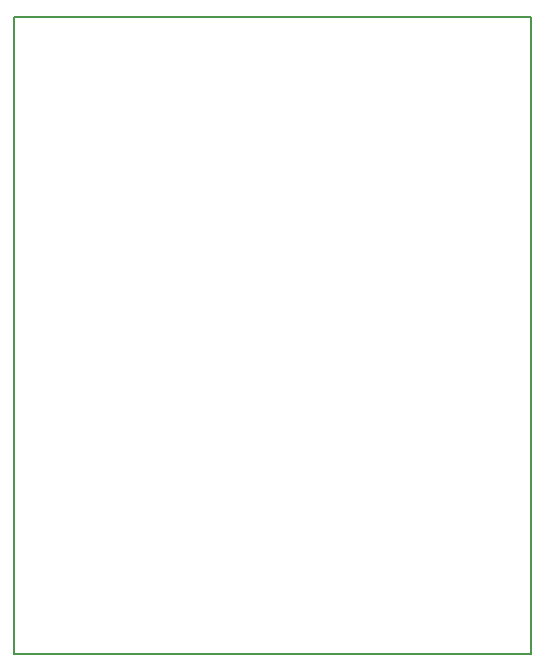
<source format=gbr>
G04 #@! TF.FileFunction,Profile,NP*
%FSLAX46Y46*%
G04 Gerber Fmt 4.6, Leading zero omitted, Abs format (unit mm)*
G04 Created by KiCad (PCBNEW 4.0.7-e2-6376~58~ubuntu16.04.1) date Mon Dec 18 21:23:22 2017*
%MOMM*%
%LPD*%
G01*
G04 APERTURE LIST*
%ADD10C,0.100000*%
%ADD11C,0.150000*%
G04 APERTURE END LIST*
D10*
D11*
X140335000Y-86360000D02*
X140970000Y-86360000D01*
X140335000Y-140335000D02*
X140335000Y-86360000D01*
X184150000Y-140335000D02*
X140335000Y-140335000D01*
X184150000Y-86360000D02*
X184150000Y-140335000D01*
X140970000Y-86360000D02*
X184150000Y-86360000D01*
M02*

</source>
